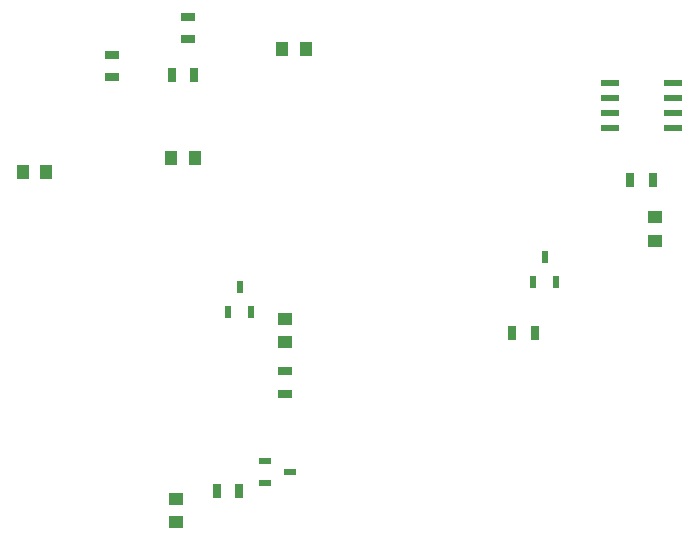
<source format=gtp>
%FSLAX46Y46*%
G04 Gerber Fmt 4.6, Leading zero omitted, Abs format (unit mm)*
G04 Created by KiCad (PCBNEW (2014-10-27 BZR 5228)-product) date 11/01/2015 08:06:02*
%MOMM*%
G01*
G04 APERTURE LIST*
%ADD10C,0.100000*%
%ADD11R,1.250000X1.000000*%
%ADD12R,1.000000X1.250000*%
%ADD13R,1.000760X0.599440*%
%ADD14R,0.599440X1.000760*%
%ADD15R,0.700000X1.300000*%
%ADD16R,1.300000X0.700000*%
%ADD17R,1.550000X0.600000*%
G04 APERTURE END LIST*
D10*
D11*
X158000000Y-68200000D03*
X158000000Y-70200000D03*
D12*
X135800000Y-55800000D03*
X137800000Y-55800000D03*
D11*
X148808440Y-83434680D03*
X148808440Y-85434680D03*
D12*
X157800000Y-45400000D03*
X159800000Y-45400000D03*
X150400000Y-54600000D03*
X148400000Y-54600000D03*
D11*
X189357000Y-59629800D03*
X189357000Y-61629800D03*
D13*
X156343360Y-80247500D03*
X158456640Y-81200000D03*
X156343360Y-82152500D03*
D14*
X153225500Y-67604640D03*
X154178000Y-65491360D03*
X155130500Y-67604640D03*
X179047500Y-65056640D03*
X180000000Y-62943360D03*
X180952500Y-65056640D03*
D15*
X154150000Y-82800000D03*
X152250000Y-82800000D03*
D16*
X158000000Y-72650000D03*
X158000000Y-74550000D03*
D15*
X148450000Y-47600000D03*
X150350000Y-47600000D03*
D16*
X143400000Y-45850000D03*
X143400000Y-47750000D03*
X149800000Y-42650000D03*
X149800000Y-44550000D03*
D15*
X189151300Y-56451500D03*
X187251300Y-56451500D03*
X179150000Y-69400000D03*
X177250000Y-69400000D03*
D17*
X185501300Y-48234600D03*
X185501300Y-49504600D03*
X185501300Y-50774600D03*
X185501300Y-52044600D03*
X190901300Y-52044600D03*
X190901300Y-50774600D03*
X190901300Y-49504600D03*
X190901300Y-48234600D03*
M02*

</source>
